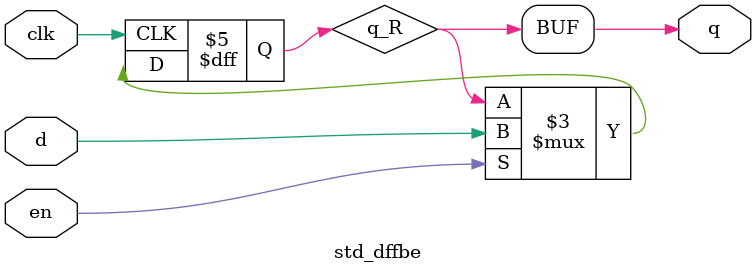
<source format=v>

module std_dffbe #(
    parameter   DFF_WIDTH       = 1
) (
    input   wire                        clk,
    input   wire [DFF_WIDTH - 1:0]      en,

    input   wire [DFF_WIDTH - 1:0]      d,
    output  wire [DFF_WIDTH - 1:0]      q
);

    reg  [DFF_WIDTH - 1:0]  q_R;

    genvar i;
    generate
        for (i = 0; i < DFF_WIDTH; i = i + 1) begin :GENERATED_SYNC_REG
            
            always @(posedge clk) begin
                
                if (en[i]) begin
                    q_R[i] <= d[i];
                end
                else begin
                    q_R[i] <= q_R[i];
                end
            end
        end

    endgenerate

    assign q = q_R;
    
endmodule

</source>
